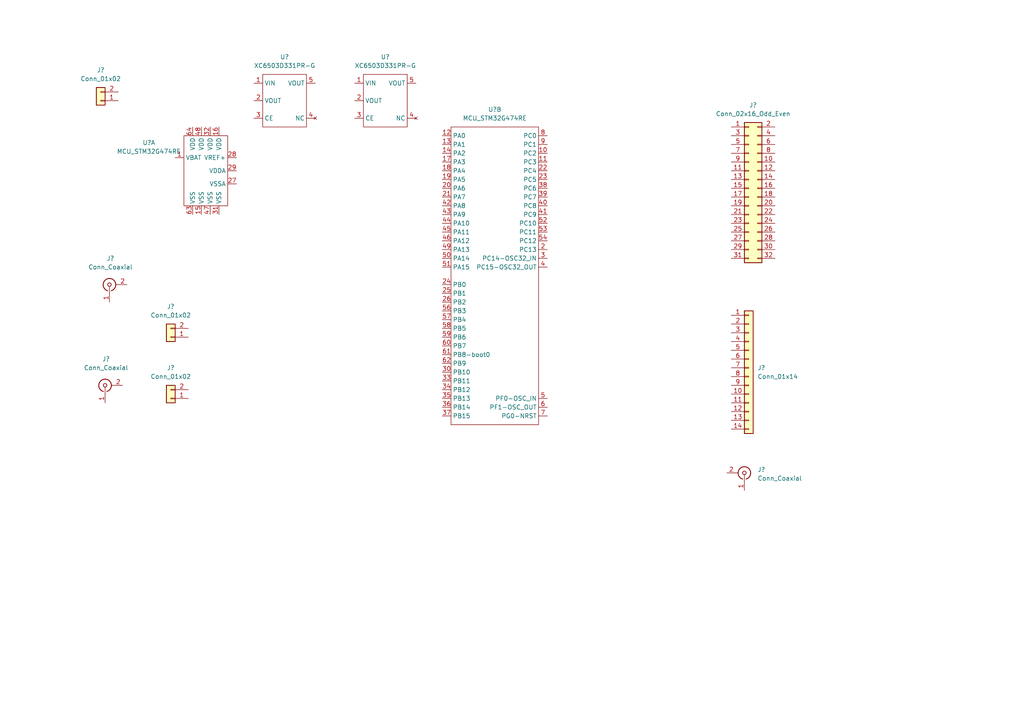
<source format=kicad_sch>
(kicad_sch (version 20211123) (generator eeschema)
  (paper "A4")
  (lib_symbols
    (symbol "Connector:Conn_Coaxial" (pin_names (offset 1.016) hide)
      (property "Reference" "J" (at 0.254 3.048 0))
      (property "Value" "Conn_Coaxial" (at 2.921 0 90))
      (symbol "Conn_Coaxial_0_1"
        (arc (start -1.778 -0.508) (mid 0.2311 -1.8066) (end 1.778 0) (stroke (width 0.254)))
        (polyline (pts (xy -2.54 0) (xy -0.508 0)))
        (polyline (pts (xy 0 -2.54) (xy 0 -1.778)))
        (circle (center 0 0) (radius 0.508) (stroke (width 0.2032)))
        (arc (start 1.778 0) (mid 0.2099 1.8101) (end -1.778 0.508) (stroke (width 0.254)))
      )
      (symbol "Conn_Coaxial_1_1"
        (pin passive line (at -5.08 0 0) (length 2.54) (name "In") (number "1"))
        (pin passive line (at 0 -5.08 90) (length 2.54) (name "Ext") (number "2"))
      )
    )
    (symbol "Connector_Generic:Conn_01x02" (pin_names (offset 1.016) hide)
      (property "Reference" "J" (at 0 2.54 0))
      (property "Value" "Conn_01x02" (at 0 -5.08 0))
      (symbol "Conn_01x02_1_1"
        (rectangle (start -1.27 -2.413) (end 0 -2.667) (stroke (width 0.1524)))
        (rectangle (start -1.27 0.127) (end 0 -0.127) (stroke (width 0.1524)))
        (rectangle (start -1.27 1.27) (end 1.27 -3.81) (stroke (width 0.254)) (fill (type background)))
        (pin passive line (at -5.08 0 0) (length 3.81) (name "Pin_1") (number "1"))
        (pin passive line (at -5.08 -2.54 0) (length 3.81) (name "Pin_2") (number "2"))
      )
    )
    (symbol "Connector_Generic:Conn_01x14" (pin_names (offset 1.016) hide)
      (property "Reference" "J" (at 0 17.78 0))
      (property "Value" "Conn_01x14" (at 0 -20.32 0))
      (symbol "Conn_01x14_1_1"
        (rectangle (start -1.27 -17.653) (end 0 -17.907) (stroke (width 0.1524)))
        (rectangle (start -1.27 -15.113) (end 0 -15.367) (stroke (width 0.1524)))
        (rectangle (start -1.27 -12.573) (end 0 -12.827) (stroke (width 0.1524)))
        (rectangle (start -1.27 -10.033) (end 0 -10.287) (stroke (width 0.1524)))
        (rectangle (start -1.27 -7.493) (end 0 -7.747) (stroke (width 0.1524)))
        (rectangle (start -1.27 -4.953) (end 0 -5.207) (stroke (width 0.1524)))
        (rectangle (start -1.27 -2.413) (end 0 -2.667) (stroke (width 0.1524)))
        (rectangle (start -1.27 0.127) (end 0 -0.127) (stroke (width 0.1524)))
        (rectangle (start -1.27 2.667) (end 0 2.413) (stroke (width 0.1524)))
        (rectangle (start -1.27 5.207) (end 0 4.953) (stroke (width 0.1524)))
        (rectangle (start -1.27 7.747) (end 0 7.493) (stroke (width 0.1524)))
        (rectangle (start -1.27 10.287) (end 0 10.033) (stroke (width 0.1524)))
        (rectangle (start -1.27 12.827) (end 0 12.573) (stroke (width 0.1524)))
        (rectangle (start -1.27 15.367) (end 0 15.113) (stroke (width 0.1524)))
        (rectangle (start -1.27 16.51) (end 1.27 -19.05) (stroke (width 0.254)) (fill (type background)))
        (pin passive line (at -5.08 15.24 0) (length 3.81) (name "Pin_1") (number "1"))
        (pin passive line (at -5.08 -7.62 0) (length 3.81) (name "Pin_10") (number "10"))
        (pin passive line (at -5.08 -10.16 0) (length 3.81) (name "Pin_11") (number "11"))
        (pin passive line (at -5.08 -12.7 0) (length 3.81) (name "Pin_12") (number "12"))
        (pin passive line (at -5.08 -15.24 0) (length 3.81) (name "Pin_13") (number "13"))
        (pin passive line (at -5.08 -17.78 0) (length 3.81) (name "Pin_14") (number "14"))
        (pin passive line (at -5.08 12.7 0) (length 3.81) (name "Pin_2") (number "2"))
        (pin passive line (at -5.08 10.16 0) (length 3.81) (name "Pin_3") (number "3"))
        (pin passive line (at -5.08 7.62 0) (length 3.81) (name "Pin_4") (number "4"))
        (pin passive line (at -5.08 5.08 0) (length 3.81) (name "Pin_5") (number "5"))
        (pin passive line (at -5.08 2.54 0) (length 3.81) (name "Pin_6") (number "6"))
        (pin passive line (at -5.08 0 0) (length 3.81) (name "Pin_7") (number "7"))
        (pin passive line (at -5.08 -2.54 0) (length 3.81) (name "Pin_8") (number "8"))
        (pin passive line (at -5.08 -5.08 0) (length 3.81) (name "Pin_9") (number "9"))
      )
    )
    (symbol "Connector_Generic:Conn_02x16_Odd_Even" (pin_names (offset 1.016) hide)
      (property "Reference" "J" (at 1.27 20.32 0))
      (property "Value" "Conn_02x16_Odd_Even" (at 1.27 -22.86 0))
      (symbol "Conn_02x16_Odd_Even_1_1"
        (rectangle (start -1.27 -20.193) (end 0 -20.447) (stroke (width 0.1524)))
        (rectangle (start -1.27 -17.653) (end 0 -17.907) (stroke (width 0.1524)))
        (rectangle (start -1.27 -15.113) (end 0 -15.367) (stroke (width 0.1524)))
        (rectangle (start -1.27 -12.573) (end 0 -12.827) (stroke (width 0.1524)))
        (rectangle (start -1.27 -10.033) (end 0 -10.287) (stroke (width 0.1524)))
        (rectangle (start -1.27 -7.493) (end 0 -7.747) (stroke (width 0.1524)))
        (rectangle (start -1.27 -4.953) (end 0 -5.207) (stroke (width 0.1524)))
        (rectangle (start -1.27 -2.413) (end 0 -2.667) (stroke (width 0.1524)))
        (rectangle (start -1.27 0.127) (end 0 -0.127) (stroke (width 0.1524)))
        (rectangle (start -1.27 2.667) (end 0 2.413) (stroke (width 0.1524)))
        (rectangle (start -1.27 5.207) (end 0 4.953) (stroke (width 0.1524)))
        (rectangle (start -1.27 7.747) (end 0 7.493) (stroke (width 0.1524)))
        (rectangle (start -1.27 10.287) (end 0 10.033) (stroke (width 0.1524)))
        (rectangle (start -1.27 12.827) (end 0 12.573) (stroke (width 0.1524)))
        (rectangle (start -1.27 15.367) (end 0 15.113) (stroke (width 0.1524)))
        (rectangle (start -1.27 17.907) (end 0 17.653) (stroke (width 0.1524)))
        (rectangle (start -1.27 19.05) (end 3.81 -21.59) (stroke (width 0.254)) (fill (type background)))
        (rectangle (start 3.81 -20.193) (end 2.54 -20.447) (stroke (width 0.1524)))
        (rectangle (start 3.81 -17.653) (end 2.54 -17.907) (stroke (width 0.1524)))
        (rectangle (start 3.81 -15.113) (end 2.54 -15.367) (stroke (width 0.1524)))
        (rectangle (start 3.81 -12.573) (end 2.54 -12.827) (stroke (width 0.1524)))
        (rectangle (start 3.81 -10.033) (end 2.54 -10.287) (stroke (width 0.1524)))
        (rectangle (start 3.81 -7.493) (end 2.54 -7.747) (stroke (width 0.1524)))
        (rectangle (start 3.81 -4.953) (end 2.54 -5.207) (stroke (width 0.1524)))
        (rectangle (start 3.81 -2.413) (end 2.54 -2.667) (stroke (width 0.1524)))
        (rectangle (start 3.81 0.127) (end 2.54 -0.127) (stroke (width 0.1524)))
        (rectangle (start 3.81 2.667) (end 2.54 2.413) (stroke (width 0.1524)))
        (rectangle (start 3.81 5.207) (end 2.54 4.953) (stroke (width 0.1524)))
        (rectangle (start 3.81 7.747) (end 2.54 7.493) (stroke (width 0.1524)))
        (rectangle (start 3.81 10.287) (end 2.54 10.033) (stroke (width 0.1524)))
        (rectangle (start 3.81 12.827) (end 2.54 12.573) (stroke (width 0.1524)))
        (rectangle (start 3.81 15.367) (end 2.54 15.113) (stroke (width 0.1524)))
        (rectangle (start 3.81 17.907) (end 2.54 17.653) (stroke (width 0.1524)))
        (pin passive line (at -5.08 17.78 0) (length 3.81) (name "Pin_1") (number "1"))
        (pin passive line (at 7.62 7.62 180) (length 3.81) (name "Pin_10") (number "10"))
        (pin passive line (at -5.08 5.08 0) (length 3.81) (name "Pin_11") (number "11"))
        (pin passive line (at 7.62 5.08 180) (length 3.81) (name "Pin_12") (number "12"))
        (pin passive line (at -5.08 2.54 0) (length 3.81) (name "Pin_13") (number "13"))
        (pin passive line (at 7.62 2.54 180) (length 3.81) (name "Pin_14") (number "14"))
        (pin passive line (at -5.08 0 0) (length 3.81) (name "Pin_15") (number "15"))
        (pin passive line (at 7.62 0 180) (length 3.81) (name "Pin_16") (number "16"))
        (pin passive line (at -5.08 -2.54 0) (length 3.81) (name "Pin_17") (number "17"))
        (pin passive line (at 7.62 -2.54 180) (length 3.81) (name "Pin_18") (number "18"))
        (pin passive line (at -5.08 -5.08 0) (length 3.81) (name "Pin_19") (number "19"))
        (pin passive line (at 7.62 17.78 180) (length 3.81) (name "Pin_2") (number "2"))
        (pin passive line (at 7.62 -5.08 180) (length 3.81) (name "Pin_20") (number "20"))
        (pin passive line (at -5.08 -7.62 0) (length 3.81) (name "Pin_21") (number "21"))
        (pin passive line (at 7.62 -7.62 180) (length 3.81) (name "Pin_22") (number "22"))
        (pin passive line (at -5.08 -10.16 0) (length 3.81) (name "Pin_23") (number "23"))
        (pin passive line (at 7.62 -10.16 180) (length 3.81) (name "Pin_24") (number "24"))
        (pin passive line (at -5.08 -12.7 0) (length 3.81) (name "Pin_25") (number "25"))
        (pin passive line (at 7.62 -12.7 180) (length 3.81) (name "Pin_26") (number "26"))
        (pin passive line (at -5.08 -15.24 0) (length 3.81) (name "Pin_27") (number "27"))
        (pin passive line (at 7.62 -15.24 180) (length 3.81) (name "Pin_28") (number "28"))
        (pin passive line (at -5.08 -17.78 0) (length 3.81) (name "Pin_29") (number "29"))
        (pin passive line (at -5.08 15.24 0) (length 3.81) (name "Pin_3") (number "3"))
        (pin passive line (at 7.62 -17.78 180) (length 3.81) (name "Pin_30") (number "30"))
        (pin passive line (at -5.08 -20.32 0) (length 3.81) (name "Pin_31") (number "31"))
        (pin passive line (at 7.62 -20.32 180) (length 3.81) (name "Pin_32") (number "32"))
        (pin passive line (at 7.62 15.24 180) (length 3.81) (name "Pin_4") (number "4"))
        (pin passive line (at -5.08 12.7 0) (length 3.81) (name "Pin_5") (number "5"))
        (pin passive line (at 7.62 12.7 180) (length 3.81) (name "Pin_6") (number "6"))
        (pin passive line (at -5.08 10.16 0) (length 3.81) (name "Pin_7") (number "7"))
        (pin passive line (at 7.62 10.16 180) (length 3.81) (name "Pin_8") (number "8"))
        (pin passive line (at -5.08 7.62 0) (length 3.81) (name "Pin_9") (number "9"))
      )
    )
    (symbol "UKMaker:MCU_STM32G474RE"
      (property "Reference" "U" (at 0 22.86 0))
      (property "Value" "MCU_STM32G474RE" (at 3.81 -13.97 0))
      (symbol "MCU_STM32G474RE_1_1"
        (rectangle (start -6.35 10.16) (end 6.35 -10.16))
        (pin power_in line (at -8.89 3.81 0) (length 2.54) (name "VBAT") (number "1"))
        (pin power_in line (at -1.27 -12.7 90) (length 2.54) (name "VSS") (number "15"))
        (pin power_in line (at 3.81 12.7 270) (length 2.54) (name "VDD") (number "16"))
        (pin power_in line (at 8.89 -3.81 180) (length 2.54) (name "VSSA") (number "27"))
        (pin power_in line (at 8.89 3.81 180) (length 2.54) (name "VREF+") (number "28"))
        (pin power_in line (at 8.89 0 180) (length 2.54) (name "VDDA") (number "29"))
        (pin power_in line (at 3.81 -12.7 90) (length 2.54) (name "VSS") (number "31"))
        (pin power_in line (at 1.27 12.7 270) (length 2.54) (name "VDD") (number "32"))
        (pin power_in line (at 1.27 -12.7 90) (length 2.54) (name "VSS") (number "47"))
        (pin power_in line (at -1.27 12.7 270) (length 2.54) (name "VDD") (number "48"))
        (pin power_in line (at -3.81 -12.7 90) (length 2.54) (name "VSS") (number "63"))
        (pin power_in line (at -3.81 12.7 270) (length 2.54) (name "VDD") (number "64"))
      )
      (symbol "MCU_STM32G474RE_2_1"
        (rectangle (start -12.7 43.18) (end 12.7 -43.18))
        (pin bidirectional line (at 15.24 35.56 180) (length 2.54) (name "PC2") (number "10"))
        (pin bidirectional line (at 15.24 33.02 180) (length 2.54) (name "PC3") (number "11"))
        (pin bidirectional line (at -15.24 40.64 0) (length 2.54) (name "PA0") (number "12"))
        (pin bidirectional line (at -15.24 38.1 0) (length 2.54) (name "PA1") (number "13"))
        (pin bidirectional line (at -15.24 35.56 0) (length 2.54) (name "PA2") (number "14"))
        (pin bidirectional line (at -15.24 33.02 0) (length 2.54) (name "PA3") (number "17"))
        (pin bidirectional line (at -15.24 30.48 0) (length 2.54) (name "PA4") (number "18"))
        (pin bidirectional line (at -15.24 27.94 0) (length 2.54) (name "PA5") (number "19"))
        (pin bidirectional line (at 15.24 7.62 180) (length 2.54) (name "PC13") (number "2"))
        (pin bidirectional line (at -15.24 25.4 0) (length 2.54) (name "PA6") (number "20"))
        (pin bidirectional line (at -15.24 22.86 0) (length 2.54) (name "PA7") (number "21"))
        (pin bidirectional line (at 15.24 30.48 180) (length 2.54) (name "PC4") (number "22"))
        (pin bidirectional line (at 15.24 27.94 180) (length 2.54) (name "PC5") (number "23"))
        (pin bidirectional line (at -15.24 -2.54 0) (length 2.54) (name "PB0") (number "24"))
        (pin bidirectional line (at -15.24 -5.08 0) (length 2.54) (name "PB1") (number "25"))
        (pin bidirectional line (at -15.24 -7.62 0) (length 2.54) (name "PB2") (number "26"))
        (pin bidirectional line (at 15.24 5.08 180) (length 2.54) (name "PC14-OSC32_IN") (number "3"))
        (pin bidirectional line (at -15.24 -27.94 0) (length 2.54) (name "PB10") (number "30"))
        (pin bidirectional line (at -15.24 -30.48 0) (length 2.54) (name "PB11") (number "33"))
        (pin bidirectional line (at -15.24 -33.02 0) (length 2.54) (name "PB12") (number "34"))
        (pin bidirectional line (at -15.24 -35.56 0) (length 2.54) (name "PB13") (number "35"))
        (pin bidirectional line (at -15.24 -38.1 0) (length 2.54) (name "PB14") (number "36"))
        (pin bidirectional line (at -15.24 -40.64 0) (length 2.54) (name "PB15") (number "37"))
        (pin bidirectional line (at 15.24 25.4 180) (length 2.54) (name "PC6") (number "38"))
        (pin bidirectional line (at 15.24 22.86 180) (length 2.54) (name "PC7") (number "39"))
        (pin bidirectional line (at 15.24 2.54 180) (length 2.54) (name "PC15-OSC32_OUT") (number "4"))
        (pin bidirectional line (at 15.24 20.32 180) (length 2.54) (name "PC8") (number "40"))
        (pin bidirectional line (at 15.24 17.78 180) (length 2.54) (name "PC9") (number "41"))
        (pin bidirectional line (at -15.24 20.32 0) (length 2.54) (name "PA8") (number "42"))
        (pin bidirectional line (at -15.24 17.78 0) (length 2.54) (name "PA9") (number "43"))
        (pin bidirectional line (at -15.24 15.24 0) (length 2.54) (name "PA10") (number "44"))
        (pin bidirectional line (at -15.24 12.7 0) (length 2.54) (name "PA11") (number "45"))
        (pin bidirectional line (at -15.24 10.16 0) (length 2.54) (name "PA12") (number "46"))
        (pin bidirectional line (at -15.24 7.62 0) (length 2.54) (name "PA13") (number "49"))
        (pin bidirectional line (at 15.24 -35.56 180) (length 2.54) (name "PF0-OSC_IN") (number "5"))
        (pin bidirectional line (at -15.24 5.08 0) (length 2.54) (name "PA14") (number "50"))
        (pin bidirectional line (at -15.24 2.54 0) (length 2.54) (name "PA15") (number "51"))
        (pin bidirectional line (at 15.24 15.24 180) (length 2.54) (name "PC10") (number "52"))
        (pin bidirectional line (at 15.24 12.7 180) (length 2.54) (name "PC11") (number "53"))
        (pin bidirectional line (at 15.24 10.16 180) (length 2.54) (name "PC12") (number "54"))
        (pin bidirectional line (at -15.24 -10.16 0) (length 2.54) (name "PB3") (number "56"))
        (pin bidirectional line (at -15.24 -12.7 0) (length 2.54) (name "PB4") (number "57"))
        (pin bidirectional line (at -15.24 -15.24 0) (length 2.54) (name "PB5") (number "58"))
        (pin bidirectional line (at -15.24 -17.78 0) (length 2.54) (name "PB6") (number "59"))
        (pin bidirectional line (at 15.24 -38.1 180) (length 2.54) (name "PF1-OSC_OUT") (number "6"))
        (pin bidirectional line (at -15.24 -20.32 0) (length 2.54) (name "PB7") (number "60"))
        (pin bidirectional line (at -15.24 -22.86 0) (length 2.54) (name "PB8-boot0") (number "61"))
        (pin bidirectional line (at -15.24 -25.4 0) (length 2.54) (name "PB9") (number "62"))
        (pin bidirectional line (at 15.24 -40.64 180) (length 2.54) (name "PG0-NRST") (number "7"))
        (pin bidirectional line (at 15.24 40.64 180) (length 2.54) (name "PC0") (number "8"))
        (pin bidirectional line (at 15.24 38.1 180) (length 2.54) (name "PC1") (number "9"))
      )
    )
    (symbol "UKMaker:XC6503D331PR-G"
      (property "Reference" "U" (at 1.27 0 0))
      (property "Value" "XC6503D331PR-G" (at 0 10.16 0))
      (symbol "XC6503D331PR-G_0_1"
        (rectangle (start -6.35 7.62) (end 6.35 -7.62))
      )
      (symbol "XC6503D331PR-G_1_1"
        (pin power_in line (at -8.89 5.08 0) (length 2.54) (name "VIN") (number "1"))
        (pin power_in line (at -8.89 0 0) (length 2.54) (name "VOUT") (number "2"))
        (pin input line (at -8.89 -5.08 0) (length 2.54) (name "CE") (number "3"))
        (pin no_connect line (at 8.89 -5.08 180) (length 2.54) (name "NC") (number "4"))
        (pin power_out line (at 8.89 5.08 180) (length 2.54) (name "VOUT") (number "5"))
      )
    )
  )
  (symbol (lib_id "UKMaker:MCU_STM32G474RE") (at 143.51 80.01 0) (unit 2)
    (property "Reference" "U?" (at 143.51 31.75 0))
    (property "Value" "MCU_STM32G474RE" (at 143.51 34.29 0))
  )
  (symbol (lib_id "Connector_Generic:Conn_01x02") (at 49.53 115.57 180) (unit 1)
    (property "Reference" "J?" (at 49.53 106.68 0))
    (property "Value" "Conn_01x02" (at 49.53 109.22 0))
  )
  (symbol (lib_id "UKMaker:XC6503D331PR-G") (at 82.55 29.21 0) (unit 1)
    (property "Reference" "U?" (at 82.55 16.51 0))
    (property "Value" "XC6503D331PR-G" (at 82.55 19.05 0))
  )
  (symbol (lib_id "Connector_Generic:Conn_01x14") (at 217.17 106.68 0) (unit 1)
    (property "Reference" "J?" (at 219.71 106.6799 0) (effects (justify left)))
    (property "Value" "Conn_01x14" (at 219.71 109.2199 0) (effects (justify left)))
  )
  (symbol (lib_id "Connector_Generic:Conn_01x02") (at 29.21 29.21 180) (unit 1)
    (property "Reference" "J?" (at 29.21 20.32 0))
    (property "Value" "Conn_01x02" (at 29.21 22.86 0))
  )
  (symbol (lib_id "Connector_Generic:Conn_01x02") (at 49.53 97.79 180) (unit 1)
    (property "Reference" "J?" (at 49.53 88.9 0))
    (property "Value" "Conn_01x02" (at 49.53 91.44 0))
  )
  (symbol (lib_id "Connector:Conn_Coaxial") (at 31.75 82.55 90) (unit 1)
    (property "Reference" "J?" (at 32.0432 74.93 90))
    (property "Value" "Conn_Coaxial" (at 32.0432 77.47 90))
    (property "Datasheet" " ~" (effects hide))
  )
  (symbol (lib_id "Connector:Conn_Coaxial") (at 30.48 111.76 90) (unit 1)
    (property "Reference" "J?" (at 30.7732 104.14 90))
    (property "Value" "Conn_Coaxial" (at 30.7732 106.68 90))
    (property "Datasheet" " ~" (effects hide))
  )
  (symbol (lib_id "UKMaker:XC6503D331PR-G") (at 111.76 29.21 0) (unit 1)
    (property "Reference" "U?" (at 111.76 16.51 0))
    (property "Value" "XC6503D331PR-G" (at 111.76 19.05 0))
  )
  (symbol (lib_id "Connector:Conn_Coaxial") (at 215.9 137.16 270) (mirror x) (unit 1)
    (property "Reference" "J?" (at 219.71 136.2073 90) (effects (justify left)))
    (property "Value" "Conn_Coaxial" (at 219.71 138.7473 90) (effects (justify left)))
    (property "Datasheet" " ~" (effects hide))
  )
  (symbol (lib_id "Connector_Generic:Conn_02x16_Odd_Even") (at 217.17 54.61 0) (unit 1)
    (property "Reference" "J?" (at 218.44 30.48 0))
    (property "Value" "Conn_02x16_Odd_Even" (at 218.44 33.02 0))
  )
  (symbol (lib_id "UKMaker:MCU_STM32G474RE") (at 59.69 49.53 0) (unit 1)
    (property "Reference" "U?" (at 43.18 41.3893 0))
    (property "Value" "MCU_STM32G474RE" (at 43.18 43.9293 0))
  )
)
</source>
